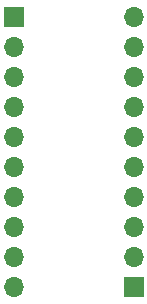
<source format=gbs>
G04 #@! TF.GenerationSoftware,KiCad,Pcbnew,(6.0.9)*
G04 #@! TF.CreationDate,2023-05-28T18:52:16+02:00*
G04 #@! TF.ProjectId,SOIC-SSOP-DIP adapter,534f4943-2d53-4534-9f50-2d4449502061,rev?*
G04 #@! TF.SameCoordinates,Original*
G04 #@! TF.FileFunction,Soldermask,Bot*
G04 #@! TF.FilePolarity,Negative*
%FSLAX46Y46*%
G04 Gerber Fmt 4.6, Leading zero omitted, Abs format (unit mm)*
G04 Created by KiCad (PCBNEW (6.0.9)) date 2023-05-28 18:52:16*
%MOMM*%
%LPD*%
G01*
G04 APERTURE LIST*
%ADD10R,1.700000X1.700000*%
%ADD11O,1.700000X1.700000*%
G04 APERTURE END LIST*
D10*
X99060000Y-133350000D03*
D11*
X99060000Y-130810000D03*
X99060000Y-128270000D03*
X99060000Y-125730000D03*
X99060000Y-123190000D03*
X99060000Y-120650000D03*
X99060000Y-118110000D03*
X99060000Y-115570000D03*
X99060000Y-113030000D03*
X99060000Y-110490000D03*
D10*
X88900000Y-110490000D03*
D11*
X88900000Y-113030000D03*
X88900000Y-115570000D03*
X88900000Y-118110000D03*
X88900000Y-120650000D03*
X88900000Y-123190000D03*
X88900000Y-125730000D03*
X88900000Y-128270000D03*
X88900000Y-130810000D03*
X88900000Y-133350000D03*
M02*

</source>
